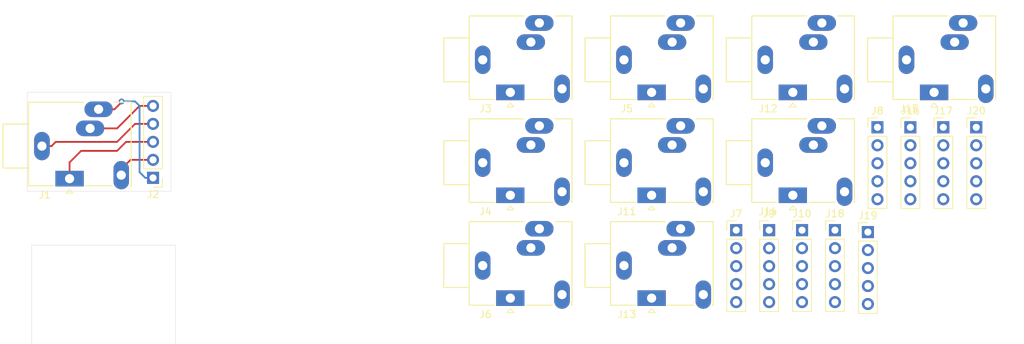
<source format=kicad_pcb>
(kicad_pcb (version 20171130) (host pcbnew "(5.1.5-0-10_14)")

  (general
    (thickness 1.6)
    (drawings 10)
    (tracks 25)
    (zones 0)
    (modules 20)
    (nets 51)
  )

  (page A4)
  (layers
    (0 F.Cu signal)
    (31 B.Cu signal)
    (32 B.Adhes user)
    (33 F.Adhes user)
    (34 B.Paste user)
    (35 F.Paste user)
    (36 B.SilkS user)
    (37 F.SilkS user)
    (38 B.Mask user)
    (39 F.Mask user)
    (40 Dwgs.User user)
    (41 Cmts.User user)
    (42 Eco1.User user)
    (43 Eco2.User user)
    (44 Edge.Cuts user)
    (45 Margin user)
    (46 B.CrtYd user)
    (47 F.CrtYd user)
    (48 B.Fab user)
    (49 F.Fab user)
  )

  (setup
    (last_trace_width 0.25)
    (trace_clearance 0.2)
    (zone_clearance 0.508)
    (zone_45_only no)
    (trace_min 0.2)
    (via_size 0.8)
    (via_drill 0.4)
    (via_min_size 0.4)
    (via_min_drill 0.3)
    (uvia_size 0.3)
    (uvia_drill 0.1)
    (uvias_allowed no)
    (uvia_min_size 0.2)
    (uvia_min_drill 0.1)
    (edge_width 0.05)
    (segment_width 0.2)
    (pcb_text_width 0.3)
    (pcb_text_size 1.5 1.5)
    (mod_edge_width 0.12)
    (mod_text_size 1 1)
    (mod_text_width 0.15)
    (pad_size 1.524 1.524)
    (pad_drill 0.762)
    (pad_to_mask_clearance 0.051)
    (solder_mask_min_width 0.25)
    (aux_axis_origin 0 0)
    (visible_elements FFFFFF7F)
    (pcbplotparams
      (layerselection 0x010fc_ffffffff)
      (usegerberextensions false)
      (usegerberattributes false)
      (usegerberadvancedattributes false)
      (creategerberjobfile false)
      (excludeedgelayer true)
      (linewidth 0.100000)
      (plotframeref false)
      (viasonmask false)
      (mode 1)
      (useauxorigin false)
      (hpglpennumber 1)
      (hpglpenspeed 20)
      (hpglpendiameter 15.000000)
      (psnegative false)
      (psa4output false)
      (plotreference true)
      (plotvalue true)
      (plotinvisibletext false)
      (padsonsilk false)
      (subtractmaskfromsilk false)
      (outputformat 1)
      (mirror false)
      (drillshape 1)
      (scaleselection 1)
      (outputdirectory ""))
  )

  (net 0 "")
  (net 1 "Net-(J1-PadT)")
  (net 2 "Net-(J1-PadTN)")
  (net 3 "Net-(J1-PadRN)")
  (net 4 "Net-(J1-PadR)")
  (net 5 "Net-(J1-PadS)")
  (net 6 "Net-(J3-PadT)")
  (net 7 "Net-(J3-PadTN)")
  (net 8 "Net-(J3-PadRN)")
  (net 9 "Net-(J3-PadR)")
  (net 10 "Net-(J3-PadS)")
  (net 11 "Net-(J4-PadS)")
  (net 12 "Net-(J4-PadR)")
  (net 13 "Net-(J4-PadRN)")
  (net 14 "Net-(J4-PadTN)")
  (net 15 "Net-(J4-PadT)")
  (net 16 "Net-(J5-PadT)")
  (net 17 "Net-(J5-PadTN)")
  (net 18 "Net-(J5-PadRN)")
  (net 19 "Net-(J5-PadR)")
  (net 20 "Net-(J5-PadS)")
  (net 21 "Net-(J10-Pad4)")
  (net 22 "Net-(J10-Pad1)")
  (net 23 "Net-(J10-Pad5)")
  (net 24 "Net-(J10-Pad2)")
  (net 25 "Net-(J10-Pad3)")
  (net 26 "Net-(J11-PadT)")
  (net 27 "Net-(J11-PadTN)")
  (net 28 "Net-(J11-PadRN)")
  (net 29 "Net-(J11-PadR)")
  (net 30 "Net-(J11-PadS)")
  (net 31 "Net-(J12-PadS)")
  (net 32 "Net-(J12-PadR)")
  (net 33 "Net-(J12-PadRN)")
  (net 34 "Net-(J12-PadTN)")
  (net 35 "Net-(J12-PadT)")
  (net 36 "Net-(J13-PadT)")
  (net 37 "Net-(J13-PadTN)")
  (net 38 "Net-(J13-PadRN)")
  (net 39 "Net-(J13-PadR)")
  (net 40 "Net-(J13-PadS)")
  (net 41 "Net-(J14-PadS)")
  (net 42 "Net-(J14-PadR)")
  (net 43 "Net-(J14-PadRN)")
  (net 44 "Net-(J14-PadTN)")
  (net 45 "Net-(J14-PadT)")
  (net 46 "Net-(J15-PadT)")
  (net 47 "Net-(J15-PadTN)")
  (net 48 "Net-(J15-PadRN)")
  (net 49 "Net-(J15-PadR)")
  (net 50 "Net-(J15-PadS)")

  (net_class Default "This is the default net class."
    (clearance 0.2)
    (trace_width 0.25)
    (via_dia 0.8)
    (via_drill 0.4)
    (uvia_dia 0.3)
    (uvia_drill 0.1)
    (add_net "Net-(J1-PadR)")
    (add_net "Net-(J1-PadRN)")
    (add_net "Net-(J1-PadS)")
    (add_net "Net-(J1-PadT)")
    (add_net "Net-(J1-PadTN)")
    (add_net "Net-(J10-Pad1)")
    (add_net "Net-(J10-Pad2)")
    (add_net "Net-(J10-Pad3)")
    (add_net "Net-(J10-Pad4)")
    (add_net "Net-(J10-Pad5)")
    (add_net "Net-(J11-PadR)")
    (add_net "Net-(J11-PadRN)")
    (add_net "Net-(J11-PadS)")
    (add_net "Net-(J11-PadT)")
    (add_net "Net-(J11-PadTN)")
    (add_net "Net-(J12-PadR)")
    (add_net "Net-(J12-PadRN)")
    (add_net "Net-(J12-PadS)")
    (add_net "Net-(J12-PadT)")
    (add_net "Net-(J12-PadTN)")
    (add_net "Net-(J13-PadR)")
    (add_net "Net-(J13-PadRN)")
    (add_net "Net-(J13-PadS)")
    (add_net "Net-(J13-PadT)")
    (add_net "Net-(J13-PadTN)")
    (add_net "Net-(J14-PadR)")
    (add_net "Net-(J14-PadRN)")
    (add_net "Net-(J14-PadS)")
    (add_net "Net-(J14-PadT)")
    (add_net "Net-(J14-PadTN)")
    (add_net "Net-(J15-PadR)")
    (add_net "Net-(J15-PadRN)")
    (add_net "Net-(J15-PadS)")
    (add_net "Net-(J15-PadT)")
    (add_net "Net-(J15-PadTN)")
    (add_net "Net-(J3-PadR)")
    (add_net "Net-(J3-PadRN)")
    (add_net "Net-(J3-PadS)")
    (add_net "Net-(J3-PadT)")
    (add_net "Net-(J3-PadTN)")
    (add_net "Net-(J4-PadR)")
    (add_net "Net-(J4-PadRN)")
    (add_net "Net-(J4-PadS)")
    (add_net "Net-(J4-PadT)")
    (add_net "Net-(J4-PadTN)")
    (add_net "Net-(J5-PadR)")
    (add_net "Net-(J5-PadRN)")
    (add_net "Net-(J5-PadS)")
    (add_net "Net-(J5-PadT)")
    (add_net "Net-(J5-PadTN)")
  )

  (module KiCad/kicad-footprints/Connector_Audio.pretty:Jack_3.5mm_Ledino_KB3SPRS_Horizontal (layer F.Cu) (tedit 5BC12D58) (tstamp 5E6FEF01)
    (at 56.79 57.9)
    (descr https://www.reichelt.de/index.html?ACTION=7&LA=3&OPEN=0&INDEX=0&FILENAME=C160%252FKB3SPRS.pdf)
    (tags "jack stereo TRS")
    (path /5E6FD862)
    (fp_text reference J1 (at -3.5 2.3) (layer F.SilkS)
      (effects (font (size 1 1) (thickness 0.15)))
    )
    (fp_text value AudioJack2_Ground_Switch (at 4.17 -13.45) (layer F.Fab)
      (effects (font (size 1 1) (thickness 0.15)))
    )
    (fp_text user %R (at 2.7 -4.6) (layer F.Fab)
      (effects (font (size 1 1) (thickness 0.15)))
    )
    (fp_line (start 0.5 2.05) (end 0 1.5) (layer F.SilkS) (width 0.12))
    (fp_line (start -0.5 2.05) (end 0.5 2.05) (layer F.SilkS) (width 0.12))
    (fp_line (start 0 1.5) (end -0.5 2.05) (layer F.SilkS) (width 0.12))
    (fp_line (start -9.3 -7.6) (end -9.3 -1.6) (layer F.Fab) (width 0.1))
    (fp_line (start -9.3 -1.6) (end -5.7 -1.6) (layer F.Fab) (width 0.1))
    (fp_line (start -9.3 -7.6) (end -5.7 -7.6) (layer F.Fab) (width 0.1))
    (fp_line (start -5.7 -10.7) (end -5.7 0.9) (layer F.Fab) (width 0.1))
    (fp_line (start -5.7 0.9) (end 8.6 0.9) (layer F.Fab) (width 0.1))
    (fp_line (start 8.6 0.9) (end 8.6 -10.7) (layer F.Fab) (width 0.1))
    (fp_line (start 8.6 -10.7) (end -5.7 -10.7) (layer F.Fab) (width 0.1))
    (fp_line (start -9.8 2) (end 9.1 2) (layer F.CrtYd) (width 0.05))
    (fp_line (start 9.1 -11.4) (end -9.8 -11.4) (layer F.CrtYd) (width 0.05))
    (fp_line (start -5.8 -10.8) (end 1.95 -10.8) (layer F.SilkS) (width 0.15))
    (fp_line (start 6.3 -10.8) (end 8.7 -10.8) (layer F.SilkS) (width 0.15))
    (fp_line (start 8.7 -10.8) (end 8.7 1) (layer F.SilkS) (width 0.15))
    (fp_line (start 8.7 1) (end 8.6 1) (layer F.SilkS) (width 0.15))
    (fp_line (start 6 1) (end 2.25 1) (layer F.SilkS) (width 0.15))
    (fp_line (start -2.25 1) (end -5.8 1) (layer F.SilkS) (width 0.15))
    (fp_line (start -5.8 1) (end -5.8 -10.8) (layer F.SilkS) (width 0.15))
    (fp_line (start -5.8 -7.7) (end -9.4 -7.7) (layer F.SilkS) (width 0.15))
    (fp_line (start -9.4 -7.7) (end -9.4 -1.5) (layer F.SilkS) (width 0.15))
    (fp_line (start -9.4 -1.5) (end -5.8 -1.5) (layer F.SilkS) (width 0.15))
    (fp_line (start -9.8 -11.4) (end -9.8 2) (layer F.CrtYd) (width 0.05))
    (fp_line (start 9.1 2) (end 9.1 -11.4) (layer F.CrtYd) (width 0.05))
    (fp_circle (center 0.1 -1.75) (end 0.4 -1.55) (layer F.Fab) (width 0.12))
    (pad T thru_hole rect (at 0 0) (size 4 2.2) (drill 1.3) (layers *.Cu *.Mask)
      (net 1 "Net-(J1-PadT)"))
    (pad TN thru_hole oval (at 7.3 -0.5 90) (size 4 2.2) (drill 1.3) (layers *.Cu *.Mask)
      (net 2 "Net-(J1-PadTN)"))
    (pad RN thru_hole oval (at 2.9 -7.1) (size 4 2.2) (drill 1.3) (layers *.Cu *.Mask)
      (net 3 "Net-(J1-PadRN)"))
    (pad R thru_hole oval (at 4.1 -9.8) (size 4 2.2) (drill 1.3) (layers *.Cu *.Mask)
      (net 4 "Net-(J1-PadR)"))
    (pad S thru_hole oval (at -3.9 -4.6) (size 2.2 4) (drill 1.3) (layers *.Cu *.Mask)
      (net 5 "Net-(J1-PadS)"))
    (model ${KISYS3DMOD}/Connector_Audio.3dshapes/Jack_3.5mm_Ledino_KB3SPRS_Horizontal.wrl
      (at (xyz 0 0 0))
      (scale (xyz 1 1 1))
      (rotate (xyz 0 0 0))
    )
  )

  (module KiCad/kicad-footprints/Connector_PinHeader_2.54mm.pretty:PinHeader_1x05_P2.54mm_Vertical (layer F.Cu) (tedit 59FED5CC) (tstamp 5E6FEAD1)
    (at 68.58 57.785 180)
    (descr "Through hole straight pin header, 1x05, 2.54mm pitch, single row")
    (tags "Through hole pin header THT 1x05 2.54mm single row")
    (path /5E6E5892)
    (fp_text reference J2 (at 0 -2.33) (layer F.SilkS)
      (effects (font (size 1 1) (thickness 0.15)))
    )
    (fp_text value Conn_01x05_Male (at -3.81 5.08 90) (layer F.Fab)
      (effects (font (size 1 1) (thickness 0.15)))
    )
    (fp_line (start -0.635 -1.27) (end 1.27 -1.27) (layer F.Fab) (width 0.1))
    (fp_line (start 1.27 -1.27) (end 1.27 11.43) (layer F.Fab) (width 0.1))
    (fp_line (start 1.27 11.43) (end -1.27 11.43) (layer F.Fab) (width 0.1))
    (fp_line (start -1.27 11.43) (end -1.27 -0.635) (layer F.Fab) (width 0.1))
    (fp_line (start -1.27 -0.635) (end -0.635 -1.27) (layer F.Fab) (width 0.1))
    (fp_line (start -1.33 11.49) (end 1.33 11.49) (layer F.SilkS) (width 0.12))
    (fp_line (start -1.33 1.27) (end -1.33 11.49) (layer F.SilkS) (width 0.12))
    (fp_line (start 1.33 1.27) (end 1.33 11.49) (layer F.SilkS) (width 0.12))
    (fp_line (start -1.33 1.27) (end 1.33 1.27) (layer F.SilkS) (width 0.12))
    (fp_line (start -1.33 0) (end -1.33 -1.33) (layer F.SilkS) (width 0.12))
    (fp_line (start -1.33 -1.33) (end 0 -1.33) (layer F.SilkS) (width 0.12))
    (fp_line (start -1.8 -1.8) (end -1.8 11.95) (layer F.CrtYd) (width 0.05))
    (fp_line (start -1.8 11.95) (end 1.8 11.95) (layer F.CrtYd) (width 0.05))
    (fp_line (start 1.8 11.95) (end 1.8 -1.8) (layer F.CrtYd) (width 0.05))
    (fp_line (start 1.8 -1.8) (end -1.8 -1.8) (layer F.CrtYd) (width 0.05))
    (fp_text user %R (at 2.354999 -0.555001 90) (layer F.Fab)
      (effects (font (size 1 1) (thickness 0.15)))
    )
    (pad 1 thru_hole rect (at 0 0 180) (size 1.7 1.7) (drill 1) (layers *.Cu *.Mask)
      (net 4 "Net-(J1-PadR)"))
    (pad 2 thru_hole oval (at 0 2.54 180) (size 1.7 1.7) (drill 1) (layers *.Cu *.Mask)
      (net 2 "Net-(J1-PadTN)"))
    (pad 3 thru_hole oval (at 0 5.08 180) (size 1.7 1.7) (drill 1) (layers *.Cu *.Mask)
      (net 1 "Net-(J1-PadT)"))
    (pad 4 thru_hole oval (at 0 7.62 180) (size 1.7 1.7) (drill 1) (layers *.Cu *.Mask)
      (net 5 "Net-(J1-PadS)"))
    (pad 5 thru_hole oval (at 0 10.16 180) (size 1.7 1.7) (drill 1) (layers *.Cu *.Mask)
      (net 3 "Net-(J1-PadRN)"))
    (model ${KISYS3DMOD}/Connector_PinHeader_2.54mm.3dshapes/PinHeader_1x05_P2.54mm_Vertical.wrl
      (at (xyz 0 0 0))
      (scale (xyz 1 1 1))
      (rotate (xyz 0 0 0))
    )
  )

  (module KiCad/kicad-footprints/Connector_Audio.pretty:Jack_3.5mm_Ledino_KB3SPRS_Horizontal (layer F.Cu) (tedit 5BC12D58) (tstamp 5E6FF4C9)
    (at 119.045001 45.715001)
    (descr https://www.reichelt.de/index.html?ACTION=7&LA=3&OPEN=0&INDEX=0&FILENAME=C160%252FKB3SPRS.pdf)
    (tags "jack stereo TRS")
    (path /5E70417D)
    (fp_text reference J3 (at -3.5 2.3) (layer F.SilkS)
      (effects (font (size 1 1) (thickness 0.15)))
    )
    (fp_text value AudioJack2_Ground_Switch (at 2.3 -12.2) (layer F.Fab)
      (effects (font (size 1 1) (thickness 0.15)))
    )
    (fp_text user %R (at 2.7 -4.6) (layer F.Fab)
      (effects (font (size 1 1) (thickness 0.15)))
    )
    (fp_line (start 0.5 2.05) (end 0 1.5) (layer F.SilkS) (width 0.12))
    (fp_line (start -0.5 2.05) (end 0.5 2.05) (layer F.SilkS) (width 0.12))
    (fp_line (start 0 1.5) (end -0.5 2.05) (layer F.SilkS) (width 0.12))
    (fp_line (start -9.3 -7.6) (end -9.3 -1.6) (layer F.Fab) (width 0.1))
    (fp_line (start -9.3 -1.6) (end -5.7 -1.6) (layer F.Fab) (width 0.1))
    (fp_line (start -9.3 -7.6) (end -5.7 -7.6) (layer F.Fab) (width 0.1))
    (fp_line (start -5.7 -10.7) (end -5.7 0.9) (layer F.Fab) (width 0.1))
    (fp_line (start -5.7 0.9) (end 8.6 0.9) (layer F.Fab) (width 0.1))
    (fp_line (start 8.6 0.9) (end 8.6 -10.7) (layer F.Fab) (width 0.1))
    (fp_line (start 8.6 -10.7) (end -5.7 -10.7) (layer F.Fab) (width 0.1))
    (fp_line (start -9.8 2) (end 9.1 2) (layer F.CrtYd) (width 0.05))
    (fp_line (start 9.1 -11.4) (end -9.8 -11.4) (layer F.CrtYd) (width 0.05))
    (fp_line (start -5.8 -10.8) (end 1.95 -10.8) (layer F.SilkS) (width 0.15))
    (fp_line (start 6.3 -10.8) (end 8.7 -10.8) (layer F.SilkS) (width 0.15))
    (fp_line (start 8.7 -10.8) (end 8.7 1) (layer F.SilkS) (width 0.15))
    (fp_line (start 8.7 1) (end 8.6 1) (layer F.SilkS) (width 0.15))
    (fp_line (start 6 1) (end 2.25 1) (layer F.SilkS) (width 0.15))
    (fp_line (start -2.25 1) (end -5.8 1) (layer F.SilkS) (width 0.15))
    (fp_line (start -5.8 1) (end -5.8 -10.8) (layer F.SilkS) (width 0.15))
    (fp_line (start -5.8 -7.7) (end -9.4 -7.7) (layer F.SilkS) (width 0.15))
    (fp_line (start -9.4 -7.7) (end -9.4 -1.5) (layer F.SilkS) (width 0.15))
    (fp_line (start -9.4 -1.5) (end -5.8 -1.5) (layer F.SilkS) (width 0.15))
    (fp_line (start -9.8 -11.4) (end -9.8 2) (layer F.CrtYd) (width 0.05))
    (fp_line (start 9.1 2) (end 9.1 -11.4) (layer F.CrtYd) (width 0.05))
    (fp_circle (center 0.1 -1.75) (end 0.4 -1.55) (layer F.Fab) (width 0.12))
    (pad T thru_hole rect (at 0 0) (size 4 2.2) (drill 1.3) (layers *.Cu *.Mask)
      (net 6 "Net-(J3-PadT)"))
    (pad TN thru_hole oval (at 7.3 -0.5 90) (size 4 2.2) (drill 1.3) (layers *.Cu *.Mask)
      (net 7 "Net-(J3-PadTN)"))
    (pad RN thru_hole oval (at 2.9 -7.1) (size 4 2.2) (drill 1.3) (layers *.Cu *.Mask)
      (net 8 "Net-(J3-PadRN)"))
    (pad R thru_hole oval (at 4.1 -9.8) (size 4 2.2) (drill 1.3) (layers *.Cu *.Mask)
      (net 9 "Net-(J3-PadR)"))
    (pad S thru_hole oval (at -3.9 -4.6) (size 2.2 4) (drill 1.3) (layers *.Cu *.Mask)
      (net 10 "Net-(J3-PadS)"))
    (model ${KISYS3DMOD}/Connector_Audio.3dshapes/Jack_3.5mm_Ledino_KB3SPRS_Horizontal.wrl
      (at (xyz 0 0 0))
      (scale (xyz 1 1 1))
      (rotate (xyz 0 0 0))
    )
  )

  (module KiCad/kicad-footprints/Connector_Audio.pretty:Jack_3.5mm_Ledino_KB3SPRS_Horizontal (layer F.Cu) (tedit 5BC12D58) (tstamp 5E6FF4EC)
    (at 119.045001 60.245001)
    (descr https://www.reichelt.de/index.html?ACTION=7&LA=3&OPEN=0&INDEX=0&FILENAME=C160%252FKB3SPRS.pdf)
    (tags "jack stereo TRS")
    (path /5E705EFF)
    (fp_text reference J4 (at -3.5 2.3) (layer F.SilkS)
      (effects (font (size 1 1) (thickness 0.15)))
    )
    (fp_text value AudioJack2_Ground_Switch (at 2.3 -12.2) (layer F.Fab)
      (effects (font (size 1 1) (thickness 0.15)))
    )
    (fp_circle (center 0.1 -1.75) (end 0.4 -1.55) (layer F.Fab) (width 0.12))
    (fp_line (start 9.1 2) (end 9.1 -11.4) (layer F.CrtYd) (width 0.05))
    (fp_line (start -9.8 -11.4) (end -9.8 2) (layer F.CrtYd) (width 0.05))
    (fp_line (start -9.4 -1.5) (end -5.8 -1.5) (layer F.SilkS) (width 0.15))
    (fp_line (start -9.4 -7.7) (end -9.4 -1.5) (layer F.SilkS) (width 0.15))
    (fp_line (start -5.8 -7.7) (end -9.4 -7.7) (layer F.SilkS) (width 0.15))
    (fp_line (start -5.8 1) (end -5.8 -10.8) (layer F.SilkS) (width 0.15))
    (fp_line (start -2.25 1) (end -5.8 1) (layer F.SilkS) (width 0.15))
    (fp_line (start 6 1) (end 2.25 1) (layer F.SilkS) (width 0.15))
    (fp_line (start 8.7 1) (end 8.6 1) (layer F.SilkS) (width 0.15))
    (fp_line (start 8.7 -10.8) (end 8.7 1) (layer F.SilkS) (width 0.15))
    (fp_line (start 6.3 -10.8) (end 8.7 -10.8) (layer F.SilkS) (width 0.15))
    (fp_line (start -5.8 -10.8) (end 1.95 -10.8) (layer F.SilkS) (width 0.15))
    (fp_line (start 9.1 -11.4) (end -9.8 -11.4) (layer F.CrtYd) (width 0.05))
    (fp_line (start -9.8 2) (end 9.1 2) (layer F.CrtYd) (width 0.05))
    (fp_line (start 8.6 -10.7) (end -5.7 -10.7) (layer F.Fab) (width 0.1))
    (fp_line (start 8.6 0.9) (end 8.6 -10.7) (layer F.Fab) (width 0.1))
    (fp_line (start -5.7 0.9) (end 8.6 0.9) (layer F.Fab) (width 0.1))
    (fp_line (start -5.7 -10.7) (end -5.7 0.9) (layer F.Fab) (width 0.1))
    (fp_line (start -9.3 -7.6) (end -5.7 -7.6) (layer F.Fab) (width 0.1))
    (fp_line (start -9.3 -1.6) (end -5.7 -1.6) (layer F.Fab) (width 0.1))
    (fp_line (start -9.3 -7.6) (end -9.3 -1.6) (layer F.Fab) (width 0.1))
    (fp_line (start 0 1.5) (end -0.5 2.05) (layer F.SilkS) (width 0.12))
    (fp_line (start -0.5 2.05) (end 0.5 2.05) (layer F.SilkS) (width 0.12))
    (fp_line (start 0.5 2.05) (end 0 1.5) (layer F.SilkS) (width 0.12))
    (fp_text user %R (at 2.7 -4.6) (layer F.Fab)
      (effects (font (size 1 1) (thickness 0.15)))
    )
    (pad S thru_hole oval (at -3.9 -4.6) (size 2.2 4) (drill 1.3) (layers *.Cu *.Mask)
      (net 11 "Net-(J4-PadS)"))
    (pad R thru_hole oval (at 4.1 -9.8) (size 4 2.2) (drill 1.3) (layers *.Cu *.Mask)
      (net 12 "Net-(J4-PadR)"))
    (pad RN thru_hole oval (at 2.9 -7.1) (size 4 2.2) (drill 1.3) (layers *.Cu *.Mask)
      (net 13 "Net-(J4-PadRN)"))
    (pad TN thru_hole oval (at 7.3 -0.5 90) (size 4 2.2) (drill 1.3) (layers *.Cu *.Mask)
      (net 14 "Net-(J4-PadTN)"))
    (pad T thru_hole rect (at 0 0) (size 4 2.2) (drill 1.3) (layers *.Cu *.Mask)
      (net 15 "Net-(J4-PadT)"))
    (model ${KISYS3DMOD}/Connector_Audio.3dshapes/Jack_3.5mm_Ledino_KB3SPRS_Horizontal.wrl
      (at (xyz 0 0 0))
      (scale (xyz 1 1 1))
      (rotate (xyz 0 0 0))
    )
  )

  (module KiCad/kicad-footprints/Connector_Audio.pretty:Jack_3.5mm_Ledino_KB3SPRS_Horizontal (layer F.Cu) (tedit 5BC12D58) (tstamp 5E6FF50F)
    (at 138.995001 45.715001)
    (descr https://www.reichelt.de/index.html?ACTION=7&LA=3&OPEN=0&INDEX=0&FILENAME=C160%252FKB3SPRS.pdf)
    (tags "jack stereo TRS")
    (path /5E70876F)
    (fp_text reference J5 (at -3.5 2.3) (layer F.SilkS)
      (effects (font (size 1 1) (thickness 0.15)))
    )
    (fp_text value AudioJack2_Ground_Switch (at 2.3 -12.2) (layer F.Fab)
      (effects (font (size 1 1) (thickness 0.15)))
    )
    (fp_text user %R (at 2.7 -4.6) (layer F.Fab)
      (effects (font (size 1 1) (thickness 0.15)))
    )
    (fp_line (start 0.5 2.05) (end 0 1.5) (layer F.SilkS) (width 0.12))
    (fp_line (start -0.5 2.05) (end 0.5 2.05) (layer F.SilkS) (width 0.12))
    (fp_line (start 0 1.5) (end -0.5 2.05) (layer F.SilkS) (width 0.12))
    (fp_line (start -9.3 -7.6) (end -9.3 -1.6) (layer F.Fab) (width 0.1))
    (fp_line (start -9.3 -1.6) (end -5.7 -1.6) (layer F.Fab) (width 0.1))
    (fp_line (start -9.3 -7.6) (end -5.7 -7.6) (layer F.Fab) (width 0.1))
    (fp_line (start -5.7 -10.7) (end -5.7 0.9) (layer F.Fab) (width 0.1))
    (fp_line (start -5.7 0.9) (end 8.6 0.9) (layer F.Fab) (width 0.1))
    (fp_line (start 8.6 0.9) (end 8.6 -10.7) (layer F.Fab) (width 0.1))
    (fp_line (start 8.6 -10.7) (end -5.7 -10.7) (layer F.Fab) (width 0.1))
    (fp_line (start -9.8 2) (end 9.1 2) (layer F.CrtYd) (width 0.05))
    (fp_line (start 9.1 -11.4) (end -9.8 -11.4) (layer F.CrtYd) (width 0.05))
    (fp_line (start -5.8 -10.8) (end 1.95 -10.8) (layer F.SilkS) (width 0.15))
    (fp_line (start 6.3 -10.8) (end 8.7 -10.8) (layer F.SilkS) (width 0.15))
    (fp_line (start 8.7 -10.8) (end 8.7 1) (layer F.SilkS) (width 0.15))
    (fp_line (start 8.7 1) (end 8.6 1) (layer F.SilkS) (width 0.15))
    (fp_line (start 6 1) (end 2.25 1) (layer F.SilkS) (width 0.15))
    (fp_line (start -2.25 1) (end -5.8 1) (layer F.SilkS) (width 0.15))
    (fp_line (start -5.8 1) (end -5.8 -10.8) (layer F.SilkS) (width 0.15))
    (fp_line (start -5.8 -7.7) (end -9.4 -7.7) (layer F.SilkS) (width 0.15))
    (fp_line (start -9.4 -7.7) (end -9.4 -1.5) (layer F.SilkS) (width 0.15))
    (fp_line (start -9.4 -1.5) (end -5.8 -1.5) (layer F.SilkS) (width 0.15))
    (fp_line (start -9.8 -11.4) (end -9.8 2) (layer F.CrtYd) (width 0.05))
    (fp_line (start 9.1 2) (end 9.1 -11.4) (layer F.CrtYd) (width 0.05))
    (fp_circle (center 0.1 -1.75) (end 0.4 -1.55) (layer F.Fab) (width 0.12))
    (pad T thru_hole rect (at 0 0) (size 4 2.2) (drill 1.3) (layers *.Cu *.Mask)
      (net 16 "Net-(J5-PadT)"))
    (pad TN thru_hole oval (at 7.3 -0.5 90) (size 4 2.2) (drill 1.3) (layers *.Cu *.Mask)
      (net 17 "Net-(J5-PadTN)"))
    (pad RN thru_hole oval (at 2.9 -7.1) (size 4 2.2) (drill 1.3) (layers *.Cu *.Mask)
      (net 18 "Net-(J5-PadRN)"))
    (pad R thru_hole oval (at 4.1 -9.8) (size 4 2.2) (drill 1.3) (layers *.Cu *.Mask)
      (net 19 "Net-(J5-PadR)"))
    (pad S thru_hole oval (at -3.9 -4.6) (size 2.2 4) (drill 1.3) (layers *.Cu *.Mask)
      (net 20 "Net-(J5-PadS)"))
    (model ${KISYS3DMOD}/Connector_Audio.3dshapes/Jack_3.5mm_Ledino_KB3SPRS_Horizontal.wrl
      (at (xyz 0 0 0))
      (scale (xyz 1 1 1))
      (rotate (xyz 0 0 0))
    )
  )

  (module KiCad/kicad-footprints/Connector_Audio.pretty:Jack_3.5mm_Ledino_KB3SPRS_Horizontal (layer F.Cu) (tedit 5BC12D58) (tstamp 5E6FF532)
    (at 119.045001 74.775001)
    (descr https://www.reichelt.de/index.html?ACTION=7&LA=3&OPEN=0&INDEX=0&FILENAME=C160%252FKB3SPRS.pdf)
    (tags "jack stereo TRS")
    (path /5E70BC5B)
    (fp_text reference J6 (at -3.5 2.3) (layer F.SilkS)
      (effects (font (size 1 1) (thickness 0.15)))
    )
    (fp_text value AudioJack2_Ground_Switch (at 2.3 -12.2) (layer F.Fab)
      (effects (font (size 1 1) (thickness 0.15)))
    )
    (fp_circle (center 0.1 -1.75) (end 0.4 -1.55) (layer F.Fab) (width 0.12))
    (fp_line (start 9.1 2) (end 9.1 -11.4) (layer F.CrtYd) (width 0.05))
    (fp_line (start -9.8 -11.4) (end -9.8 2) (layer F.CrtYd) (width 0.05))
    (fp_line (start -9.4 -1.5) (end -5.8 -1.5) (layer F.SilkS) (width 0.15))
    (fp_line (start -9.4 -7.7) (end -9.4 -1.5) (layer F.SilkS) (width 0.15))
    (fp_line (start -5.8 -7.7) (end -9.4 -7.7) (layer F.SilkS) (width 0.15))
    (fp_line (start -5.8 1) (end -5.8 -10.8) (layer F.SilkS) (width 0.15))
    (fp_line (start -2.25 1) (end -5.8 1) (layer F.SilkS) (width 0.15))
    (fp_line (start 6 1) (end 2.25 1) (layer F.SilkS) (width 0.15))
    (fp_line (start 8.7 1) (end 8.6 1) (layer F.SilkS) (width 0.15))
    (fp_line (start 8.7 -10.8) (end 8.7 1) (layer F.SilkS) (width 0.15))
    (fp_line (start 6.3 -10.8) (end 8.7 -10.8) (layer F.SilkS) (width 0.15))
    (fp_line (start -5.8 -10.8) (end 1.95 -10.8) (layer F.SilkS) (width 0.15))
    (fp_line (start 9.1 -11.4) (end -9.8 -11.4) (layer F.CrtYd) (width 0.05))
    (fp_line (start -9.8 2) (end 9.1 2) (layer F.CrtYd) (width 0.05))
    (fp_line (start 8.6 -10.7) (end -5.7 -10.7) (layer F.Fab) (width 0.1))
    (fp_line (start 8.6 0.9) (end 8.6 -10.7) (layer F.Fab) (width 0.1))
    (fp_line (start -5.7 0.9) (end 8.6 0.9) (layer F.Fab) (width 0.1))
    (fp_line (start -5.7 -10.7) (end -5.7 0.9) (layer F.Fab) (width 0.1))
    (fp_line (start -9.3 -7.6) (end -5.7 -7.6) (layer F.Fab) (width 0.1))
    (fp_line (start -9.3 -1.6) (end -5.7 -1.6) (layer F.Fab) (width 0.1))
    (fp_line (start -9.3 -7.6) (end -9.3 -1.6) (layer F.Fab) (width 0.1))
    (fp_line (start 0 1.5) (end -0.5 2.05) (layer F.SilkS) (width 0.12))
    (fp_line (start -0.5 2.05) (end 0.5 2.05) (layer F.SilkS) (width 0.12))
    (fp_line (start 0.5 2.05) (end 0 1.5) (layer F.SilkS) (width 0.12))
    (fp_text user %R (at 2.7 -4.6) (layer F.Fab)
      (effects (font (size 1 1) (thickness 0.15)))
    )
    (pad S thru_hole oval (at -3.9 -4.6) (size 2.2 4) (drill 1.3) (layers *.Cu *.Mask)
      (net 21 "Net-(J10-Pad4)"))
    (pad R thru_hole oval (at 4.1 -9.8) (size 4 2.2) (drill 1.3) (layers *.Cu *.Mask)
      (net 22 "Net-(J10-Pad1)"))
    (pad RN thru_hole oval (at 2.9 -7.1) (size 4 2.2) (drill 1.3) (layers *.Cu *.Mask)
      (net 23 "Net-(J10-Pad5)"))
    (pad TN thru_hole oval (at 7.3 -0.5 90) (size 4 2.2) (drill 1.3) (layers *.Cu *.Mask)
      (net 24 "Net-(J10-Pad2)"))
    (pad T thru_hole rect (at 0 0) (size 4 2.2) (drill 1.3) (layers *.Cu *.Mask)
      (net 25 "Net-(J10-Pad3)"))
    (model ${KISYS3DMOD}/Connector_Audio.3dshapes/Jack_3.5mm_Ledino_KB3SPRS_Horizontal.wrl
      (at (xyz 0 0 0))
      (scale (xyz 1 1 1))
      (rotate (xyz 0 0 0))
    )
  )

  (module KiCad/kicad-footprints/Connector_PinHeader_2.54mm.pretty:PinHeader_1x05_P2.54mm_Vertical (layer F.Cu) (tedit 59FED5CC) (tstamp 5E6FF54B)
    (at 150.945001 65.175001)
    (descr "Through hole straight pin header, 1x05, 2.54mm pitch, single row")
    (tags "Through hole pin header THT 1x05 2.54mm single row")
    (path /5E704172)
    (fp_text reference J7 (at 0 -2.33) (layer F.SilkS)
      (effects (font (size 1 1) (thickness 0.15)))
    )
    (fp_text value Conn_01x05_Male (at 0 12.49) (layer F.Fab)
      (effects (font (size 1 1) (thickness 0.15)))
    )
    (fp_line (start -0.635 -1.27) (end 1.27 -1.27) (layer F.Fab) (width 0.1))
    (fp_line (start 1.27 -1.27) (end 1.27 11.43) (layer F.Fab) (width 0.1))
    (fp_line (start 1.27 11.43) (end -1.27 11.43) (layer F.Fab) (width 0.1))
    (fp_line (start -1.27 11.43) (end -1.27 -0.635) (layer F.Fab) (width 0.1))
    (fp_line (start -1.27 -0.635) (end -0.635 -1.27) (layer F.Fab) (width 0.1))
    (fp_line (start -1.33 11.49) (end 1.33 11.49) (layer F.SilkS) (width 0.12))
    (fp_line (start -1.33 1.27) (end -1.33 11.49) (layer F.SilkS) (width 0.12))
    (fp_line (start 1.33 1.27) (end 1.33 11.49) (layer F.SilkS) (width 0.12))
    (fp_line (start -1.33 1.27) (end 1.33 1.27) (layer F.SilkS) (width 0.12))
    (fp_line (start -1.33 0) (end -1.33 -1.33) (layer F.SilkS) (width 0.12))
    (fp_line (start -1.33 -1.33) (end 0 -1.33) (layer F.SilkS) (width 0.12))
    (fp_line (start -1.8 -1.8) (end -1.8 11.95) (layer F.CrtYd) (width 0.05))
    (fp_line (start -1.8 11.95) (end 1.8 11.95) (layer F.CrtYd) (width 0.05))
    (fp_line (start 1.8 11.95) (end 1.8 -1.8) (layer F.CrtYd) (width 0.05))
    (fp_line (start 1.8 -1.8) (end -1.8 -1.8) (layer F.CrtYd) (width 0.05))
    (fp_text user %R (at 0 5.08 90) (layer F.Fab)
      (effects (font (size 1 1) (thickness 0.15)))
    )
    (pad 1 thru_hole rect (at 0 0) (size 1.7 1.7) (drill 1) (layers *.Cu *.Mask)
      (net 9 "Net-(J3-PadR)"))
    (pad 2 thru_hole oval (at 0 2.54) (size 1.7 1.7) (drill 1) (layers *.Cu *.Mask)
      (net 7 "Net-(J3-PadTN)"))
    (pad 3 thru_hole oval (at 0 5.08) (size 1.7 1.7) (drill 1) (layers *.Cu *.Mask)
      (net 6 "Net-(J3-PadT)"))
    (pad 4 thru_hole oval (at 0 7.62) (size 1.7 1.7) (drill 1) (layers *.Cu *.Mask)
      (net 10 "Net-(J3-PadS)"))
    (pad 5 thru_hole oval (at 0 10.16) (size 1.7 1.7) (drill 1) (layers *.Cu *.Mask)
      (net 8 "Net-(J3-PadRN)"))
    (model ${KISYS3DMOD}/Connector_PinHeader_2.54mm.3dshapes/PinHeader_1x05_P2.54mm_Vertical.wrl
      (at (xyz 0 0 0))
      (scale (xyz 1 1 1))
      (rotate (xyz 0 0 0))
    )
  )

  (module KiCad/kicad-footprints/Connector_PinHeader_2.54mm.pretty:PinHeader_1x05_P2.54mm_Vertical (layer F.Cu) (tedit 59FED5CC) (tstamp 5E6FF564)
    (at 170.895001 50.645001)
    (descr "Through hole straight pin header, 1x05, 2.54mm pitch, single row")
    (tags "Through hole pin header THT 1x05 2.54mm single row")
    (path /5E705EF4)
    (fp_text reference J8 (at 0 -2.33) (layer F.SilkS)
      (effects (font (size 1 1) (thickness 0.15)))
    )
    (fp_text value Conn_01x05_Male (at 0 12.49) (layer F.Fab)
      (effects (font (size 1 1) (thickness 0.15)))
    )
    (fp_text user %R (at 0 5.08 90) (layer F.Fab)
      (effects (font (size 1 1) (thickness 0.15)))
    )
    (fp_line (start 1.8 -1.8) (end -1.8 -1.8) (layer F.CrtYd) (width 0.05))
    (fp_line (start 1.8 11.95) (end 1.8 -1.8) (layer F.CrtYd) (width 0.05))
    (fp_line (start -1.8 11.95) (end 1.8 11.95) (layer F.CrtYd) (width 0.05))
    (fp_line (start -1.8 -1.8) (end -1.8 11.95) (layer F.CrtYd) (width 0.05))
    (fp_line (start -1.33 -1.33) (end 0 -1.33) (layer F.SilkS) (width 0.12))
    (fp_line (start -1.33 0) (end -1.33 -1.33) (layer F.SilkS) (width 0.12))
    (fp_line (start -1.33 1.27) (end 1.33 1.27) (layer F.SilkS) (width 0.12))
    (fp_line (start 1.33 1.27) (end 1.33 11.49) (layer F.SilkS) (width 0.12))
    (fp_line (start -1.33 1.27) (end -1.33 11.49) (layer F.SilkS) (width 0.12))
    (fp_line (start -1.33 11.49) (end 1.33 11.49) (layer F.SilkS) (width 0.12))
    (fp_line (start -1.27 -0.635) (end -0.635 -1.27) (layer F.Fab) (width 0.1))
    (fp_line (start -1.27 11.43) (end -1.27 -0.635) (layer F.Fab) (width 0.1))
    (fp_line (start 1.27 11.43) (end -1.27 11.43) (layer F.Fab) (width 0.1))
    (fp_line (start 1.27 -1.27) (end 1.27 11.43) (layer F.Fab) (width 0.1))
    (fp_line (start -0.635 -1.27) (end 1.27 -1.27) (layer F.Fab) (width 0.1))
    (pad 5 thru_hole oval (at 0 10.16) (size 1.7 1.7) (drill 1) (layers *.Cu *.Mask)
      (net 13 "Net-(J4-PadRN)"))
    (pad 4 thru_hole oval (at 0 7.62) (size 1.7 1.7) (drill 1) (layers *.Cu *.Mask)
      (net 11 "Net-(J4-PadS)"))
    (pad 3 thru_hole oval (at 0 5.08) (size 1.7 1.7) (drill 1) (layers *.Cu *.Mask)
      (net 15 "Net-(J4-PadT)"))
    (pad 2 thru_hole oval (at 0 2.54) (size 1.7 1.7) (drill 1) (layers *.Cu *.Mask)
      (net 14 "Net-(J4-PadTN)"))
    (pad 1 thru_hole rect (at 0 0) (size 1.7 1.7) (drill 1) (layers *.Cu *.Mask)
      (net 12 "Net-(J4-PadR)"))
    (model ${KISYS3DMOD}/Connector_PinHeader_2.54mm.3dshapes/PinHeader_1x05_P2.54mm_Vertical.wrl
      (at (xyz 0 0 0))
      (scale (xyz 1 1 1))
      (rotate (xyz 0 0 0))
    )
  )

  (module KiCad/kicad-footprints/Connector_PinHeader_2.54mm.pretty:PinHeader_1x05_P2.54mm_Vertical (layer F.Cu) (tedit 59FED5CC) (tstamp 5E6FF57D)
    (at 155.595001 65.175001)
    (descr "Through hole straight pin header, 1x05, 2.54mm pitch, single row")
    (tags "Through hole pin header THT 1x05 2.54mm single row")
    (path /5E708764)
    (fp_text reference J9 (at 0 -2.33) (layer F.SilkS)
      (effects (font (size 1 1) (thickness 0.15)))
    )
    (fp_text value Conn_01x05_Male (at 0 12.49) (layer F.Fab)
      (effects (font (size 1 1) (thickness 0.15)))
    )
    (fp_line (start -0.635 -1.27) (end 1.27 -1.27) (layer F.Fab) (width 0.1))
    (fp_line (start 1.27 -1.27) (end 1.27 11.43) (layer F.Fab) (width 0.1))
    (fp_line (start 1.27 11.43) (end -1.27 11.43) (layer F.Fab) (width 0.1))
    (fp_line (start -1.27 11.43) (end -1.27 -0.635) (layer F.Fab) (width 0.1))
    (fp_line (start -1.27 -0.635) (end -0.635 -1.27) (layer F.Fab) (width 0.1))
    (fp_line (start -1.33 11.49) (end 1.33 11.49) (layer F.SilkS) (width 0.12))
    (fp_line (start -1.33 1.27) (end -1.33 11.49) (layer F.SilkS) (width 0.12))
    (fp_line (start 1.33 1.27) (end 1.33 11.49) (layer F.SilkS) (width 0.12))
    (fp_line (start -1.33 1.27) (end 1.33 1.27) (layer F.SilkS) (width 0.12))
    (fp_line (start -1.33 0) (end -1.33 -1.33) (layer F.SilkS) (width 0.12))
    (fp_line (start -1.33 -1.33) (end 0 -1.33) (layer F.SilkS) (width 0.12))
    (fp_line (start -1.8 -1.8) (end -1.8 11.95) (layer F.CrtYd) (width 0.05))
    (fp_line (start -1.8 11.95) (end 1.8 11.95) (layer F.CrtYd) (width 0.05))
    (fp_line (start 1.8 11.95) (end 1.8 -1.8) (layer F.CrtYd) (width 0.05))
    (fp_line (start 1.8 -1.8) (end -1.8 -1.8) (layer F.CrtYd) (width 0.05))
    (fp_text user %R (at 0 5.08 90) (layer F.Fab)
      (effects (font (size 1 1) (thickness 0.15)))
    )
    (pad 1 thru_hole rect (at 0 0) (size 1.7 1.7) (drill 1) (layers *.Cu *.Mask)
      (net 19 "Net-(J5-PadR)"))
    (pad 2 thru_hole oval (at 0 2.54) (size 1.7 1.7) (drill 1) (layers *.Cu *.Mask)
      (net 17 "Net-(J5-PadTN)"))
    (pad 3 thru_hole oval (at 0 5.08) (size 1.7 1.7) (drill 1) (layers *.Cu *.Mask)
      (net 16 "Net-(J5-PadT)"))
    (pad 4 thru_hole oval (at 0 7.62) (size 1.7 1.7) (drill 1) (layers *.Cu *.Mask)
      (net 20 "Net-(J5-PadS)"))
    (pad 5 thru_hole oval (at 0 10.16) (size 1.7 1.7) (drill 1) (layers *.Cu *.Mask)
      (net 18 "Net-(J5-PadRN)"))
    (model ${KISYS3DMOD}/Connector_PinHeader_2.54mm.3dshapes/PinHeader_1x05_P2.54mm_Vertical.wrl
      (at (xyz 0 0 0))
      (scale (xyz 1 1 1))
      (rotate (xyz 0 0 0))
    )
  )

  (module KiCad/kicad-footprints/Connector_PinHeader_2.54mm.pretty:PinHeader_1x05_P2.54mm_Vertical (layer F.Cu) (tedit 59FED5CC) (tstamp 5E6FF596)
    (at 160.245001 65.175001)
    (descr "Through hole straight pin header, 1x05, 2.54mm pitch, single row")
    (tags "Through hole pin header THT 1x05 2.54mm single row")
    (path /5E70BC50)
    (fp_text reference J10 (at 0 -2.33) (layer F.SilkS)
      (effects (font (size 1 1) (thickness 0.15)))
    )
    (fp_text value Conn_01x05_Male (at 0 12.49) (layer F.Fab)
      (effects (font (size 1 1) (thickness 0.15)))
    )
    (fp_text user %R (at 0 5.08 90) (layer F.Fab)
      (effects (font (size 1 1) (thickness 0.15)))
    )
    (fp_line (start 1.8 -1.8) (end -1.8 -1.8) (layer F.CrtYd) (width 0.05))
    (fp_line (start 1.8 11.95) (end 1.8 -1.8) (layer F.CrtYd) (width 0.05))
    (fp_line (start -1.8 11.95) (end 1.8 11.95) (layer F.CrtYd) (width 0.05))
    (fp_line (start -1.8 -1.8) (end -1.8 11.95) (layer F.CrtYd) (width 0.05))
    (fp_line (start -1.33 -1.33) (end 0 -1.33) (layer F.SilkS) (width 0.12))
    (fp_line (start -1.33 0) (end -1.33 -1.33) (layer F.SilkS) (width 0.12))
    (fp_line (start -1.33 1.27) (end 1.33 1.27) (layer F.SilkS) (width 0.12))
    (fp_line (start 1.33 1.27) (end 1.33 11.49) (layer F.SilkS) (width 0.12))
    (fp_line (start -1.33 1.27) (end -1.33 11.49) (layer F.SilkS) (width 0.12))
    (fp_line (start -1.33 11.49) (end 1.33 11.49) (layer F.SilkS) (width 0.12))
    (fp_line (start -1.27 -0.635) (end -0.635 -1.27) (layer F.Fab) (width 0.1))
    (fp_line (start -1.27 11.43) (end -1.27 -0.635) (layer F.Fab) (width 0.1))
    (fp_line (start 1.27 11.43) (end -1.27 11.43) (layer F.Fab) (width 0.1))
    (fp_line (start 1.27 -1.27) (end 1.27 11.43) (layer F.Fab) (width 0.1))
    (fp_line (start -0.635 -1.27) (end 1.27 -1.27) (layer F.Fab) (width 0.1))
    (pad 5 thru_hole oval (at 0 10.16) (size 1.7 1.7) (drill 1) (layers *.Cu *.Mask)
      (net 23 "Net-(J10-Pad5)"))
    (pad 4 thru_hole oval (at 0 7.62) (size 1.7 1.7) (drill 1) (layers *.Cu *.Mask)
      (net 21 "Net-(J10-Pad4)"))
    (pad 3 thru_hole oval (at 0 5.08) (size 1.7 1.7) (drill 1) (layers *.Cu *.Mask)
      (net 25 "Net-(J10-Pad3)"))
    (pad 2 thru_hole oval (at 0 2.54) (size 1.7 1.7) (drill 1) (layers *.Cu *.Mask)
      (net 24 "Net-(J10-Pad2)"))
    (pad 1 thru_hole rect (at 0 0) (size 1.7 1.7) (drill 1) (layers *.Cu *.Mask)
      (net 22 "Net-(J10-Pad1)"))
    (model ${KISYS3DMOD}/Connector_PinHeader_2.54mm.3dshapes/PinHeader_1x05_P2.54mm_Vertical.wrl
      (at (xyz 0 0 0))
      (scale (xyz 1 1 1))
      (rotate (xyz 0 0 0))
    )
  )

  (module KiCad/kicad-footprints/Connector_Audio.pretty:Jack_3.5mm_Ledino_KB3SPRS_Horizontal (layer F.Cu) (tedit 5BC12D58) (tstamp 5E6FF5B9)
    (at 138.995001 60.245001)
    (descr https://www.reichelt.de/index.html?ACTION=7&LA=3&OPEN=0&INDEX=0&FILENAME=C160%252FKB3SPRS.pdf)
    (tags "jack stereo TRS")
    (path /5E70FA99)
    (fp_text reference J11 (at -3.5 2.3) (layer F.SilkS)
      (effects (font (size 1 1) (thickness 0.15)))
    )
    (fp_text value AudioJack2_Ground_Switch (at 2.3 -12.2) (layer F.Fab)
      (effects (font (size 1 1) (thickness 0.15)))
    )
    (fp_text user %R (at 2.7 -4.6) (layer F.Fab)
      (effects (font (size 1 1) (thickness 0.15)))
    )
    (fp_line (start 0.5 2.05) (end 0 1.5) (layer F.SilkS) (width 0.12))
    (fp_line (start -0.5 2.05) (end 0.5 2.05) (layer F.SilkS) (width 0.12))
    (fp_line (start 0 1.5) (end -0.5 2.05) (layer F.SilkS) (width 0.12))
    (fp_line (start -9.3 -7.6) (end -9.3 -1.6) (layer F.Fab) (width 0.1))
    (fp_line (start -9.3 -1.6) (end -5.7 -1.6) (layer F.Fab) (width 0.1))
    (fp_line (start -9.3 -7.6) (end -5.7 -7.6) (layer F.Fab) (width 0.1))
    (fp_line (start -5.7 -10.7) (end -5.7 0.9) (layer F.Fab) (width 0.1))
    (fp_line (start -5.7 0.9) (end 8.6 0.9) (layer F.Fab) (width 0.1))
    (fp_line (start 8.6 0.9) (end 8.6 -10.7) (layer F.Fab) (width 0.1))
    (fp_line (start 8.6 -10.7) (end -5.7 -10.7) (layer F.Fab) (width 0.1))
    (fp_line (start -9.8 2) (end 9.1 2) (layer F.CrtYd) (width 0.05))
    (fp_line (start 9.1 -11.4) (end -9.8 -11.4) (layer F.CrtYd) (width 0.05))
    (fp_line (start -5.8 -10.8) (end 1.95 -10.8) (layer F.SilkS) (width 0.15))
    (fp_line (start 6.3 -10.8) (end 8.7 -10.8) (layer F.SilkS) (width 0.15))
    (fp_line (start 8.7 -10.8) (end 8.7 1) (layer F.SilkS) (width 0.15))
    (fp_line (start 8.7 1) (end 8.6 1) (layer F.SilkS) (width 0.15))
    (fp_line (start 6 1) (end 2.25 1) (layer F.SilkS) (width 0.15))
    (fp_line (start -2.25 1) (end -5.8 1) (layer F.SilkS) (width 0.15))
    (fp_line (start -5.8 1) (end -5.8 -10.8) (layer F.SilkS) (width 0.15))
    (fp_line (start -5.8 -7.7) (end -9.4 -7.7) (layer F.SilkS) (width 0.15))
    (fp_line (start -9.4 -7.7) (end -9.4 -1.5) (layer F.SilkS) (width 0.15))
    (fp_line (start -9.4 -1.5) (end -5.8 -1.5) (layer F.SilkS) (width 0.15))
    (fp_line (start -9.8 -11.4) (end -9.8 2) (layer F.CrtYd) (width 0.05))
    (fp_line (start 9.1 2) (end 9.1 -11.4) (layer F.CrtYd) (width 0.05))
    (fp_circle (center 0.1 -1.75) (end 0.4 -1.55) (layer F.Fab) (width 0.12))
    (pad T thru_hole rect (at 0 0) (size 4 2.2) (drill 1.3) (layers *.Cu *.Mask)
      (net 26 "Net-(J11-PadT)"))
    (pad TN thru_hole oval (at 7.3 -0.5 90) (size 4 2.2) (drill 1.3) (layers *.Cu *.Mask)
      (net 27 "Net-(J11-PadTN)"))
    (pad RN thru_hole oval (at 2.9 -7.1) (size 4 2.2) (drill 1.3) (layers *.Cu *.Mask)
      (net 28 "Net-(J11-PadRN)"))
    (pad R thru_hole oval (at 4.1 -9.8) (size 4 2.2) (drill 1.3) (layers *.Cu *.Mask)
      (net 29 "Net-(J11-PadR)"))
    (pad S thru_hole oval (at -3.9 -4.6) (size 2.2 4) (drill 1.3) (layers *.Cu *.Mask)
      (net 30 "Net-(J11-PadS)"))
    (model ${KISYS3DMOD}/Connector_Audio.3dshapes/Jack_3.5mm_Ledino_KB3SPRS_Horizontal.wrl
      (at (xyz 0 0 0))
      (scale (xyz 1 1 1))
      (rotate (xyz 0 0 0))
    )
  )

  (module KiCad/kicad-footprints/Connector_Audio.pretty:Jack_3.5mm_Ledino_KB3SPRS_Horizontal (layer F.Cu) (tedit 5BC12D58) (tstamp 5E6FF5DC)
    (at 158.945001 45.715001)
    (descr https://www.reichelt.de/index.html?ACTION=7&LA=3&OPEN=0&INDEX=0&FILENAME=C160%252FKB3SPRS.pdf)
    (tags "jack stereo TRS")
    (path /5E70FAB9)
    (fp_text reference J12 (at -3.5 2.3) (layer F.SilkS)
      (effects (font (size 1 1) (thickness 0.15)))
    )
    (fp_text value AudioJack2_Ground_Switch (at 2.3 -12.2) (layer F.Fab)
      (effects (font (size 1 1) (thickness 0.15)))
    )
    (fp_circle (center 0.1 -1.75) (end 0.4 -1.55) (layer F.Fab) (width 0.12))
    (fp_line (start 9.1 2) (end 9.1 -11.4) (layer F.CrtYd) (width 0.05))
    (fp_line (start -9.8 -11.4) (end -9.8 2) (layer F.CrtYd) (width 0.05))
    (fp_line (start -9.4 -1.5) (end -5.8 -1.5) (layer F.SilkS) (width 0.15))
    (fp_line (start -9.4 -7.7) (end -9.4 -1.5) (layer F.SilkS) (width 0.15))
    (fp_line (start -5.8 -7.7) (end -9.4 -7.7) (layer F.SilkS) (width 0.15))
    (fp_line (start -5.8 1) (end -5.8 -10.8) (layer F.SilkS) (width 0.15))
    (fp_line (start -2.25 1) (end -5.8 1) (layer F.SilkS) (width 0.15))
    (fp_line (start 6 1) (end 2.25 1) (layer F.SilkS) (width 0.15))
    (fp_line (start 8.7 1) (end 8.6 1) (layer F.SilkS) (width 0.15))
    (fp_line (start 8.7 -10.8) (end 8.7 1) (layer F.SilkS) (width 0.15))
    (fp_line (start 6.3 -10.8) (end 8.7 -10.8) (layer F.SilkS) (width 0.15))
    (fp_line (start -5.8 -10.8) (end 1.95 -10.8) (layer F.SilkS) (width 0.15))
    (fp_line (start 9.1 -11.4) (end -9.8 -11.4) (layer F.CrtYd) (width 0.05))
    (fp_line (start -9.8 2) (end 9.1 2) (layer F.CrtYd) (width 0.05))
    (fp_line (start 8.6 -10.7) (end -5.7 -10.7) (layer F.Fab) (width 0.1))
    (fp_line (start 8.6 0.9) (end 8.6 -10.7) (layer F.Fab) (width 0.1))
    (fp_line (start -5.7 0.9) (end 8.6 0.9) (layer F.Fab) (width 0.1))
    (fp_line (start -5.7 -10.7) (end -5.7 0.9) (layer F.Fab) (width 0.1))
    (fp_line (start -9.3 -7.6) (end -5.7 -7.6) (layer F.Fab) (width 0.1))
    (fp_line (start -9.3 -1.6) (end -5.7 -1.6) (layer F.Fab) (width 0.1))
    (fp_line (start -9.3 -7.6) (end -9.3 -1.6) (layer F.Fab) (width 0.1))
    (fp_line (start 0 1.5) (end -0.5 2.05) (layer F.SilkS) (width 0.12))
    (fp_line (start -0.5 2.05) (end 0.5 2.05) (layer F.SilkS) (width 0.12))
    (fp_line (start 0.5 2.05) (end 0 1.5) (layer F.SilkS) (width 0.12))
    (fp_text user %R (at 2.7 -4.6) (layer F.Fab)
      (effects (font (size 1 1) (thickness 0.15)))
    )
    (pad S thru_hole oval (at -3.9 -4.6) (size 2.2 4) (drill 1.3) (layers *.Cu *.Mask)
      (net 31 "Net-(J12-PadS)"))
    (pad R thru_hole oval (at 4.1 -9.8) (size 4 2.2) (drill 1.3) (layers *.Cu *.Mask)
      (net 32 "Net-(J12-PadR)"))
    (pad RN thru_hole oval (at 2.9 -7.1) (size 4 2.2) (drill 1.3) (layers *.Cu *.Mask)
      (net 33 "Net-(J12-PadRN)"))
    (pad TN thru_hole oval (at 7.3 -0.5 90) (size 4 2.2) (drill 1.3) (layers *.Cu *.Mask)
      (net 34 "Net-(J12-PadTN)"))
    (pad T thru_hole rect (at 0 0) (size 4 2.2) (drill 1.3) (layers *.Cu *.Mask)
      (net 35 "Net-(J12-PadT)"))
    (model ${KISYS3DMOD}/Connector_Audio.3dshapes/Jack_3.5mm_Ledino_KB3SPRS_Horizontal.wrl
      (at (xyz 0 0 0))
      (scale (xyz 1 1 1))
      (rotate (xyz 0 0 0))
    )
  )

  (module KiCad/kicad-footprints/Connector_Audio.pretty:Jack_3.5mm_Ledino_KB3SPRS_Horizontal (layer F.Cu) (tedit 5BC12D58) (tstamp 5E6FF5FF)
    (at 138.995001 74.775001)
    (descr https://www.reichelt.de/index.html?ACTION=7&LA=3&OPEN=0&INDEX=0&FILENAME=C160%252FKB3SPRS.pdf)
    (tags "jack stereo TRS")
    (path /5E70FAD9)
    (fp_text reference J13 (at -3.5 2.3) (layer F.SilkS)
      (effects (font (size 1 1) (thickness 0.15)))
    )
    (fp_text value AudioJack2_Ground_Switch (at 2.3 -12.2) (layer F.Fab)
      (effects (font (size 1 1) (thickness 0.15)))
    )
    (fp_text user %R (at 2.7 -4.6) (layer F.Fab)
      (effects (font (size 1 1) (thickness 0.15)))
    )
    (fp_line (start 0.5 2.05) (end 0 1.5) (layer F.SilkS) (width 0.12))
    (fp_line (start -0.5 2.05) (end 0.5 2.05) (layer F.SilkS) (width 0.12))
    (fp_line (start 0 1.5) (end -0.5 2.05) (layer F.SilkS) (width 0.12))
    (fp_line (start -9.3 -7.6) (end -9.3 -1.6) (layer F.Fab) (width 0.1))
    (fp_line (start -9.3 -1.6) (end -5.7 -1.6) (layer F.Fab) (width 0.1))
    (fp_line (start -9.3 -7.6) (end -5.7 -7.6) (layer F.Fab) (width 0.1))
    (fp_line (start -5.7 -10.7) (end -5.7 0.9) (layer F.Fab) (width 0.1))
    (fp_line (start -5.7 0.9) (end 8.6 0.9) (layer F.Fab) (width 0.1))
    (fp_line (start 8.6 0.9) (end 8.6 -10.7) (layer F.Fab) (width 0.1))
    (fp_line (start 8.6 -10.7) (end -5.7 -10.7) (layer F.Fab) (width 0.1))
    (fp_line (start -9.8 2) (end 9.1 2) (layer F.CrtYd) (width 0.05))
    (fp_line (start 9.1 -11.4) (end -9.8 -11.4) (layer F.CrtYd) (width 0.05))
    (fp_line (start -5.8 -10.8) (end 1.95 -10.8) (layer F.SilkS) (width 0.15))
    (fp_line (start 6.3 -10.8) (end 8.7 -10.8) (layer F.SilkS) (width 0.15))
    (fp_line (start 8.7 -10.8) (end 8.7 1) (layer F.SilkS) (width 0.15))
    (fp_line (start 8.7 1) (end 8.6 1) (layer F.SilkS) (width 0.15))
    (fp_line (start 6 1) (end 2.25 1) (layer F.SilkS) (width 0.15))
    (fp_line (start -2.25 1) (end -5.8 1) (layer F.SilkS) (width 0.15))
    (fp_line (start -5.8 1) (end -5.8 -10.8) (layer F.SilkS) (width 0.15))
    (fp_line (start -5.8 -7.7) (end -9.4 -7.7) (layer F.SilkS) (width 0.15))
    (fp_line (start -9.4 -7.7) (end -9.4 -1.5) (layer F.SilkS) (width 0.15))
    (fp_line (start -9.4 -1.5) (end -5.8 -1.5) (layer F.SilkS) (width 0.15))
    (fp_line (start -9.8 -11.4) (end -9.8 2) (layer F.CrtYd) (width 0.05))
    (fp_line (start 9.1 2) (end 9.1 -11.4) (layer F.CrtYd) (width 0.05))
    (fp_circle (center 0.1 -1.75) (end 0.4 -1.55) (layer F.Fab) (width 0.12))
    (pad T thru_hole rect (at 0 0) (size 4 2.2) (drill 1.3) (layers *.Cu *.Mask)
      (net 36 "Net-(J13-PadT)"))
    (pad TN thru_hole oval (at 7.3 -0.5 90) (size 4 2.2) (drill 1.3) (layers *.Cu *.Mask)
      (net 37 "Net-(J13-PadTN)"))
    (pad RN thru_hole oval (at 2.9 -7.1) (size 4 2.2) (drill 1.3) (layers *.Cu *.Mask)
      (net 38 "Net-(J13-PadRN)"))
    (pad R thru_hole oval (at 4.1 -9.8) (size 4 2.2) (drill 1.3) (layers *.Cu *.Mask)
      (net 39 "Net-(J13-PadR)"))
    (pad S thru_hole oval (at -3.9 -4.6) (size 2.2 4) (drill 1.3) (layers *.Cu *.Mask)
      (net 40 "Net-(J13-PadS)"))
    (model ${KISYS3DMOD}/Connector_Audio.3dshapes/Jack_3.5mm_Ledino_KB3SPRS_Horizontal.wrl
      (at (xyz 0 0 0))
      (scale (xyz 1 1 1))
      (rotate (xyz 0 0 0))
    )
  )

  (module KiCad/kicad-footprints/Connector_Audio.pretty:Jack_3.5mm_Ledino_KB3SPRS_Horizontal (layer F.Cu) (tedit 5BC12D58) (tstamp 5E6FF622)
    (at 158.945001 60.245001)
    (descr https://www.reichelt.de/index.html?ACTION=7&LA=3&OPEN=0&INDEX=0&FILENAME=C160%252FKB3SPRS.pdf)
    (tags "jack stereo TRS")
    (path /5E70FAF9)
    (fp_text reference J14 (at -3.5 2.3) (layer F.SilkS)
      (effects (font (size 1 1) (thickness 0.15)))
    )
    (fp_text value AudioJack2_Ground_Switch (at 2.3 -12.2) (layer F.Fab)
      (effects (font (size 1 1) (thickness 0.15)))
    )
    (fp_circle (center 0.1 -1.75) (end 0.4 -1.55) (layer F.Fab) (width 0.12))
    (fp_line (start 9.1 2) (end 9.1 -11.4) (layer F.CrtYd) (width 0.05))
    (fp_line (start -9.8 -11.4) (end -9.8 2) (layer F.CrtYd) (width 0.05))
    (fp_line (start -9.4 -1.5) (end -5.8 -1.5) (layer F.SilkS) (width 0.15))
    (fp_line (start -9.4 -7.7) (end -9.4 -1.5) (layer F.SilkS) (width 0.15))
    (fp_line (start -5.8 -7.7) (end -9.4 -7.7) (layer F.SilkS) (width 0.15))
    (fp_line (start -5.8 1) (end -5.8 -10.8) (layer F.SilkS) (width 0.15))
    (fp_line (start -2.25 1) (end -5.8 1) (layer F.SilkS) (width 0.15))
    (fp_line (start 6 1) (end 2.25 1) (layer F.SilkS) (width 0.15))
    (fp_line (start 8.7 1) (end 8.6 1) (layer F.SilkS) (width 0.15))
    (fp_line (start 8.7 -10.8) (end 8.7 1) (layer F.SilkS) (width 0.15))
    (fp_line (start 6.3 -10.8) (end 8.7 -10.8) (layer F.SilkS) (width 0.15))
    (fp_line (start -5.8 -10.8) (end 1.95 -10.8) (layer F.SilkS) (width 0.15))
    (fp_line (start 9.1 -11.4) (end -9.8 -11.4) (layer F.CrtYd) (width 0.05))
    (fp_line (start -9.8 2) (end 9.1 2) (layer F.CrtYd) (width 0.05))
    (fp_line (start 8.6 -10.7) (end -5.7 -10.7) (layer F.Fab) (width 0.1))
    (fp_line (start 8.6 0.9) (end 8.6 -10.7) (layer F.Fab) (width 0.1))
    (fp_line (start -5.7 0.9) (end 8.6 0.9) (layer F.Fab) (width 0.1))
    (fp_line (start -5.7 -10.7) (end -5.7 0.9) (layer F.Fab) (width 0.1))
    (fp_line (start -9.3 -7.6) (end -5.7 -7.6) (layer F.Fab) (width 0.1))
    (fp_line (start -9.3 -1.6) (end -5.7 -1.6) (layer F.Fab) (width 0.1))
    (fp_line (start -9.3 -7.6) (end -9.3 -1.6) (layer F.Fab) (width 0.1))
    (fp_line (start 0 1.5) (end -0.5 2.05) (layer F.SilkS) (width 0.12))
    (fp_line (start -0.5 2.05) (end 0.5 2.05) (layer F.SilkS) (width 0.12))
    (fp_line (start 0.5 2.05) (end 0 1.5) (layer F.SilkS) (width 0.12))
    (fp_text user %R (at 2.7 -4.6) (layer F.Fab)
      (effects (font (size 1 1) (thickness 0.15)))
    )
    (pad S thru_hole oval (at -3.9 -4.6) (size 2.2 4) (drill 1.3) (layers *.Cu *.Mask)
      (net 41 "Net-(J14-PadS)"))
    (pad R thru_hole oval (at 4.1 -9.8) (size 4 2.2) (drill 1.3) (layers *.Cu *.Mask)
      (net 42 "Net-(J14-PadR)"))
    (pad RN thru_hole oval (at 2.9 -7.1) (size 4 2.2) (drill 1.3) (layers *.Cu *.Mask)
      (net 43 "Net-(J14-PadRN)"))
    (pad TN thru_hole oval (at 7.3 -0.5 90) (size 4 2.2) (drill 1.3) (layers *.Cu *.Mask)
      (net 44 "Net-(J14-PadTN)"))
    (pad T thru_hole rect (at 0 0) (size 4 2.2) (drill 1.3) (layers *.Cu *.Mask)
      (net 45 "Net-(J14-PadT)"))
    (model ${KISYS3DMOD}/Connector_Audio.3dshapes/Jack_3.5mm_Ledino_KB3SPRS_Horizontal.wrl
      (at (xyz 0 0 0))
      (scale (xyz 1 1 1))
      (rotate (xyz 0 0 0))
    )
  )

  (module KiCad/kicad-footprints/Connector_Audio.pretty:Jack_3.5mm_Ledino_KB3SPRS_Horizontal (layer F.Cu) (tedit 5BC12D58) (tstamp 5E6FF645)
    (at 178.895001 45.715001)
    (descr https://www.reichelt.de/index.html?ACTION=7&LA=3&OPEN=0&INDEX=0&FILENAME=C160%252FKB3SPRS.pdf)
    (tags "jack stereo TRS")
    (path /5E70FB19)
    (fp_text reference J15 (at -3.5 2.3) (layer F.SilkS)
      (effects (font (size 1 1) (thickness 0.15)))
    )
    (fp_text value AudioJack2_Ground_Switch (at 2.3 -12.2) (layer F.Fab)
      (effects (font (size 1 1) (thickness 0.15)))
    )
    (fp_text user %R (at 2.7 -4.6) (layer F.Fab)
      (effects (font (size 1 1) (thickness 0.15)))
    )
    (fp_line (start 0.5 2.05) (end 0 1.5) (layer F.SilkS) (width 0.12))
    (fp_line (start -0.5 2.05) (end 0.5 2.05) (layer F.SilkS) (width 0.12))
    (fp_line (start 0 1.5) (end -0.5 2.05) (layer F.SilkS) (width 0.12))
    (fp_line (start -9.3 -7.6) (end -9.3 -1.6) (layer F.Fab) (width 0.1))
    (fp_line (start -9.3 -1.6) (end -5.7 -1.6) (layer F.Fab) (width 0.1))
    (fp_line (start -9.3 -7.6) (end -5.7 -7.6) (layer F.Fab) (width 0.1))
    (fp_line (start -5.7 -10.7) (end -5.7 0.9) (layer F.Fab) (width 0.1))
    (fp_line (start -5.7 0.9) (end 8.6 0.9) (layer F.Fab) (width 0.1))
    (fp_line (start 8.6 0.9) (end 8.6 -10.7) (layer F.Fab) (width 0.1))
    (fp_line (start 8.6 -10.7) (end -5.7 -10.7) (layer F.Fab) (width 0.1))
    (fp_line (start -9.8 2) (end 9.1 2) (layer F.CrtYd) (width 0.05))
    (fp_line (start 9.1 -11.4) (end -9.8 -11.4) (layer F.CrtYd) (width 0.05))
    (fp_line (start -5.8 -10.8) (end 1.95 -10.8) (layer F.SilkS) (width 0.15))
    (fp_line (start 6.3 -10.8) (end 8.7 -10.8) (layer F.SilkS) (width 0.15))
    (fp_line (start 8.7 -10.8) (end 8.7 1) (layer F.SilkS) (width 0.15))
    (fp_line (start 8.7 1) (end 8.6 1) (layer F.SilkS) (width 0.15))
    (fp_line (start 6 1) (end 2.25 1) (layer F.SilkS) (width 0.15))
    (fp_line (start -2.25 1) (end -5.8 1) (layer F.SilkS) (width 0.15))
    (fp_line (start -5.8 1) (end -5.8 -10.8) (layer F.SilkS) (width 0.15))
    (fp_line (start -5.8 -7.7) (end -9.4 -7.7) (layer F.SilkS) (width 0.15))
    (fp_line (start -9.4 -7.7) (end -9.4 -1.5) (layer F.SilkS) (width 0.15))
    (fp_line (start -9.4 -1.5) (end -5.8 -1.5) (layer F.SilkS) (width 0.15))
    (fp_line (start -9.8 -11.4) (end -9.8 2) (layer F.CrtYd) (width 0.05))
    (fp_line (start 9.1 2) (end 9.1 -11.4) (layer F.CrtYd) (width 0.05))
    (fp_circle (center 0.1 -1.75) (end 0.4 -1.55) (layer F.Fab) (width 0.12))
    (pad T thru_hole rect (at 0 0) (size 4 2.2) (drill 1.3) (layers *.Cu *.Mask)
      (net 46 "Net-(J15-PadT)"))
    (pad TN thru_hole oval (at 7.3 -0.5 90) (size 4 2.2) (drill 1.3) (layers *.Cu *.Mask)
      (net 47 "Net-(J15-PadTN)"))
    (pad RN thru_hole oval (at 2.9 -7.1) (size 4 2.2) (drill 1.3) (layers *.Cu *.Mask)
      (net 48 "Net-(J15-PadRN)"))
    (pad R thru_hole oval (at 4.1 -9.8) (size 4 2.2) (drill 1.3) (layers *.Cu *.Mask)
      (net 49 "Net-(J15-PadR)"))
    (pad S thru_hole oval (at -3.9 -4.6) (size 2.2 4) (drill 1.3) (layers *.Cu *.Mask)
      (net 50 "Net-(J15-PadS)"))
    (model ${KISYS3DMOD}/Connector_Audio.3dshapes/Jack_3.5mm_Ledino_KB3SPRS_Horizontal.wrl
      (at (xyz 0 0 0))
      (scale (xyz 1 1 1))
      (rotate (xyz 0 0 0))
    )
  )

  (module KiCad/kicad-footprints/Connector_PinHeader_2.54mm.pretty:PinHeader_1x05_P2.54mm_Vertical (layer F.Cu) (tedit 59FED5CC) (tstamp 5E6FF65E)
    (at 175.545001 50.645001)
    (descr "Through hole straight pin header, 1x05, 2.54mm pitch, single row")
    (tags "Through hole pin header THT 1x05 2.54mm single row")
    (path /5E70FA8E)
    (fp_text reference J16 (at 0 -2.33) (layer F.SilkS)
      (effects (font (size 1 1) (thickness 0.15)))
    )
    (fp_text value Conn_01x05_Male (at 0 12.49) (layer F.Fab)
      (effects (font (size 1 1) (thickness 0.15)))
    )
    (fp_line (start -0.635 -1.27) (end 1.27 -1.27) (layer F.Fab) (width 0.1))
    (fp_line (start 1.27 -1.27) (end 1.27 11.43) (layer F.Fab) (width 0.1))
    (fp_line (start 1.27 11.43) (end -1.27 11.43) (layer F.Fab) (width 0.1))
    (fp_line (start -1.27 11.43) (end -1.27 -0.635) (layer F.Fab) (width 0.1))
    (fp_line (start -1.27 -0.635) (end -0.635 -1.27) (layer F.Fab) (width 0.1))
    (fp_line (start -1.33 11.49) (end 1.33 11.49) (layer F.SilkS) (width 0.12))
    (fp_line (start -1.33 1.27) (end -1.33 11.49) (layer F.SilkS) (width 0.12))
    (fp_line (start 1.33 1.27) (end 1.33 11.49) (layer F.SilkS) (width 0.12))
    (fp_line (start -1.33 1.27) (end 1.33 1.27) (layer F.SilkS) (width 0.12))
    (fp_line (start -1.33 0) (end -1.33 -1.33) (layer F.SilkS) (width 0.12))
    (fp_line (start -1.33 -1.33) (end 0 -1.33) (layer F.SilkS) (width 0.12))
    (fp_line (start -1.8 -1.8) (end -1.8 11.95) (layer F.CrtYd) (width 0.05))
    (fp_line (start -1.8 11.95) (end 1.8 11.95) (layer F.CrtYd) (width 0.05))
    (fp_line (start 1.8 11.95) (end 1.8 -1.8) (layer F.CrtYd) (width 0.05))
    (fp_line (start 1.8 -1.8) (end -1.8 -1.8) (layer F.CrtYd) (width 0.05))
    (fp_text user %R (at 0 5.08 90) (layer F.Fab)
      (effects (font (size 1 1) (thickness 0.15)))
    )
    (pad 1 thru_hole rect (at 0 0) (size 1.7 1.7) (drill 1) (layers *.Cu *.Mask)
      (net 29 "Net-(J11-PadR)"))
    (pad 2 thru_hole oval (at 0 2.54) (size 1.7 1.7) (drill 1) (layers *.Cu *.Mask)
      (net 27 "Net-(J11-PadTN)"))
    (pad 3 thru_hole oval (at 0 5.08) (size 1.7 1.7) (drill 1) (layers *.Cu *.Mask)
      (net 26 "Net-(J11-PadT)"))
    (pad 4 thru_hole oval (at 0 7.62) (size 1.7 1.7) (drill 1) (layers *.Cu *.Mask)
      (net 30 "Net-(J11-PadS)"))
    (pad 5 thru_hole oval (at 0 10.16) (size 1.7 1.7) (drill 1) (layers *.Cu *.Mask)
      (net 28 "Net-(J11-PadRN)"))
    (model ${KISYS3DMOD}/Connector_PinHeader_2.54mm.3dshapes/PinHeader_1x05_P2.54mm_Vertical.wrl
      (at (xyz 0 0 0))
      (scale (xyz 1 1 1))
      (rotate (xyz 0 0 0))
    )
  )

  (module KiCad/kicad-footprints/Connector_PinHeader_2.54mm.pretty:PinHeader_1x05_P2.54mm_Vertical (layer F.Cu) (tedit 59FED5CC) (tstamp 5E6FF677)
    (at 180.195001 50.645001)
    (descr "Through hole straight pin header, 1x05, 2.54mm pitch, single row")
    (tags "Through hole pin header THT 1x05 2.54mm single row")
    (path /5E70FAAE)
    (fp_text reference J17 (at 0 -2.33) (layer F.SilkS)
      (effects (font (size 1 1) (thickness 0.15)))
    )
    (fp_text value Conn_01x05_Male (at 0 12.49) (layer F.Fab)
      (effects (font (size 1 1) (thickness 0.15)))
    )
    (fp_text user %R (at 0 5.08 90) (layer F.Fab)
      (effects (font (size 1 1) (thickness 0.15)))
    )
    (fp_line (start 1.8 -1.8) (end -1.8 -1.8) (layer F.CrtYd) (width 0.05))
    (fp_line (start 1.8 11.95) (end 1.8 -1.8) (layer F.CrtYd) (width 0.05))
    (fp_line (start -1.8 11.95) (end 1.8 11.95) (layer F.CrtYd) (width 0.05))
    (fp_line (start -1.8 -1.8) (end -1.8 11.95) (layer F.CrtYd) (width 0.05))
    (fp_line (start -1.33 -1.33) (end 0 -1.33) (layer F.SilkS) (width 0.12))
    (fp_line (start -1.33 0) (end -1.33 -1.33) (layer F.SilkS) (width 0.12))
    (fp_line (start -1.33 1.27) (end 1.33 1.27) (layer F.SilkS) (width 0.12))
    (fp_line (start 1.33 1.27) (end 1.33 11.49) (layer F.SilkS) (width 0.12))
    (fp_line (start -1.33 1.27) (end -1.33 11.49) (layer F.SilkS) (width 0.12))
    (fp_line (start -1.33 11.49) (end 1.33 11.49) (layer F.SilkS) (width 0.12))
    (fp_line (start -1.27 -0.635) (end -0.635 -1.27) (layer F.Fab) (width 0.1))
    (fp_line (start -1.27 11.43) (end -1.27 -0.635) (layer F.Fab) (width 0.1))
    (fp_line (start 1.27 11.43) (end -1.27 11.43) (layer F.Fab) (width 0.1))
    (fp_line (start 1.27 -1.27) (end 1.27 11.43) (layer F.Fab) (width 0.1))
    (fp_line (start -0.635 -1.27) (end 1.27 -1.27) (layer F.Fab) (width 0.1))
    (pad 5 thru_hole oval (at 0 10.16) (size 1.7 1.7) (drill 1) (layers *.Cu *.Mask)
      (net 33 "Net-(J12-PadRN)"))
    (pad 4 thru_hole oval (at 0 7.62) (size 1.7 1.7) (drill 1) (layers *.Cu *.Mask)
      (net 31 "Net-(J12-PadS)"))
    (pad 3 thru_hole oval (at 0 5.08) (size 1.7 1.7) (drill 1) (layers *.Cu *.Mask)
      (net 35 "Net-(J12-PadT)"))
    (pad 2 thru_hole oval (at 0 2.54) (size 1.7 1.7) (drill 1) (layers *.Cu *.Mask)
      (net 34 "Net-(J12-PadTN)"))
    (pad 1 thru_hole rect (at 0 0) (size 1.7 1.7) (drill 1) (layers *.Cu *.Mask)
      (net 32 "Net-(J12-PadR)"))
    (model ${KISYS3DMOD}/Connector_PinHeader_2.54mm.3dshapes/PinHeader_1x05_P2.54mm_Vertical.wrl
      (at (xyz 0 0 0))
      (scale (xyz 1 1 1))
      (rotate (xyz 0 0 0))
    )
  )

  (module KiCad/kicad-footprints/Connector_PinHeader_2.54mm.pretty:PinHeader_1x05_P2.54mm_Vertical (layer F.Cu) (tedit 59FED5CC) (tstamp 5E6FF690)
    (at 164.895001 65.175001)
    (descr "Through hole straight pin header, 1x05, 2.54mm pitch, single row")
    (tags "Through hole pin header THT 1x05 2.54mm single row")
    (path /5E70FACE)
    (fp_text reference J18 (at 0 -2.33) (layer F.SilkS)
      (effects (font (size 1 1) (thickness 0.15)))
    )
    (fp_text value Conn_01x05_Male (at 0 12.49) (layer F.Fab)
      (effects (font (size 1 1) (thickness 0.15)))
    )
    (fp_line (start -0.635 -1.27) (end 1.27 -1.27) (layer F.Fab) (width 0.1))
    (fp_line (start 1.27 -1.27) (end 1.27 11.43) (layer F.Fab) (width 0.1))
    (fp_line (start 1.27 11.43) (end -1.27 11.43) (layer F.Fab) (width 0.1))
    (fp_line (start -1.27 11.43) (end -1.27 -0.635) (layer F.Fab) (width 0.1))
    (fp_line (start -1.27 -0.635) (end -0.635 -1.27) (layer F.Fab) (width 0.1))
    (fp_line (start -1.33 11.49) (end 1.33 11.49) (layer F.SilkS) (width 0.12))
    (fp_line (start -1.33 1.27) (end -1.33 11.49) (layer F.SilkS) (width 0.12))
    (fp_line (start 1.33 1.27) (end 1.33 11.49) (layer F.SilkS) (width 0.12))
    (fp_line (start -1.33 1.27) (end 1.33 1.27) (layer F.SilkS) (width 0.12))
    (fp_line (start -1.33 0) (end -1.33 -1.33) (layer F.SilkS) (width 0.12))
    (fp_line (start -1.33 -1.33) (end 0 -1.33) (layer F.SilkS) (width 0.12))
    (fp_line (start -1.8 -1.8) (end -1.8 11.95) (layer F.CrtYd) (width 0.05))
    (fp_line (start -1.8 11.95) (end 1.8 11.95) (layer F.CrtYd) (width 0.05))
    (fp_line (start 1.8 11.95) (end 1.8 -1.8) (layer F.CrtYd) (width 0.05))
    (fp_line (start 1.8 -1.8) (end -1.8 -1.8) (layer F.CrtYd) (width 0.05))
    (fp_text user %R (at 0 5.08 90) (layer F.Fab)
      (effects (font (size 1 1) (thickness 0.15)))
    )
    (pad 1 thru_hole rect (at 0 0) (size 1.7 1.7) (drill 1) (layers *.Cu *.Mask)
      (net 39 "Net-(J13-PadR)"))
    (pad 2 thru_hole oval (at 0 2.54) (size 1.7 1.7) (drill 1) (layers *.Cu *.Mask)
      (net 37 "Net-(J13-PadTN)"))
    (pad 3 thru_hole oval (at 0 5.08) (size 1.7 1.7) (drill 1) (layers *.Cu *.Mask)
      (net 36 "Net-(J13-PadT)"))
    (pad 4 thru_hole oval (at 0 7.62) (size 1.7 1.7) (drill 1) (layers *.Cu *.Mask)
      (net 40 "Net-(J13-PadS)"))
    (pad 5 thru_hole oval (at 0 10.16) (size 1.7 1.7) (drill 1) (layers *.Cu *.Mask)
      (net 38 "Net-(J13-PadRN)"))
    (model ${KISYS3DMOD}/Connector_PinHeader_2.54mm.3dshapes/PinHeader_1x05_P2.54mm_Vertical.wrl
      (at (xyz 0 0 0))
      (scale (xyz 1 1 1))
      (rotate (xyz 0 0 0))
    )
  )

  (module KiCad/kicad-footprints/Connector_PinHeader_2.54mm.pretty:PinHeader_1x05_P2.54mm_Vertical (layer F.Cu) (tedit 59FED5CC) (tstamp 5E6FF6A9)
    (at 169.545001 65.445001)
    (descr "Through hole straight pin header, 1x05, 2.54mm pitch, single row")
    (tags "Through hole pin header THT 1x05 2.54mm single row")
    (path /5E70FAEE)
    (fp_text reference J19 (at 0 -2.33) (layer F.SilkS)
      (effects (font (size 1 1) (thickness 0.15)))
    )
    (fp_text value Conn_01x05_Male (at 0 12.49) (layer F.Fab)
      (effects (font (size 1 1) (thickness 0.15)))
    )
    (fp_text user %R (at 0 5.08 90) (layer F.Fab)
      (effects (font (size 1 1) (thickness 0.15)))
    )
    (fp_line (start 1.8 -1.8) (end -1.8 -1.8) (layer F.CrtYd) (width 0.05))
    (fp_line (start 1.8 11.95) (end 1.8 -1.8) (layer F.CrtYd) (width 0.05))
    (fp_line (start -1.8 11.95) (end 1.8 11.95) (layer F.CrtYd) (width 0.05))
    (fp_line (start -1.8 -1.8) (end -1.8 11.95) (layer F.CrtYd) (width 0.05))
    (fp_line (start -1.33 -1.33) (end 0 -1.33) (layer F.SilkS) (width 0.12))
    (fp_line (start -1.33 0) (end -1.33 -1.33) (layer F.SilkS) (width 0.12))
    (fp_line (start -1.33 1.27) (end 1.33 1.27) (layer F.SilkS) (width 0.12))
    (fp_line (start 1.33 1.27) (end 1.33 11.49) (layer F.SilkS) (width 0.12))
    (fp_line (start -1.33 1.27) (end -1.33 11.49) (layer F.SilkS) (width 0.12))
    (fp_line (start -1.33 11.49) (end 1.33 11.49) (layer F.SilkS) (width 0.12))
    (fp_line (start -1.27 -0.635) (end -0.635 -1.27) (layer F.Fab) (width 0.1))
    (fp_line (start -1.27 11.43) (end -1.27 -0.635) (layer F.Fab) (width 0.1))
    (fp_line (start 1.27 11.43) (end -1.27 11.43) (layer F.Fab) (width 0.1))
    (fp_line (start 1.27 -1.27) (end 1.27 11.43) (layer F.Fab) (width 0.1))
    (fp_line (start -0.635 -1.27) (end 1.27 -1.27) (layer F.Fab) (width 0.1))
    (pad 5 thru_hole oval (at 0 10.16) (size 1.7 1.7) (drill 1) (layers *.Cu *.Mask)
      (net 43 "Net-(J14-PadRN)"))
    (pad 4 thru_hole oval (at 0 7.62) (size 1.7 1.7) (drill 1) (layers *.Cu *.Mask)
      (net 41 "Net-(J14-PadS)"))
    (pad 3 thru_hole oval (at 0 5.08) (size 1.7 1.7) (drill 1) (layers *.Cu *.Mask)
      (net 45 "Net-(J14-PadT)"))
    (pad 2 thru_hole oval (at 0 2.54) (size 1.7 1.7) (drill 1) (layers *.Cu *.Mask)
      (net 44 "Net-(J14-PadTN)"))
    (pad 1 thru_hole rect (at 0 0) (size 1.7 1.7) (drill 1) (layers *.Cu *.Mask)
      (net 42 "Net-(J14-PadR)"))
    (model ${KISYS3DMOD}/Connector_PinHeader_2.54mm.3dshapes/PinHeader_1x05_P2.54mm_Vertical.wrl
      (at (xyz 0 0 0))
      (scale (xyz 1 1 1))
      (rotate (xyz 0 0 0))
    )
  )

  (module KiCad/kicad-footprints/Connector_PinHeader_2.54mm.pretty:PinHeader_1x05_P2.54mm_Vertical (layer F.Cu) (tedit 59FED5CC) (tstamp 5E6FF6C2)
    (at 184.845001 50.645001)
    (descr "Through hole straight pin header, 1x05, 2.54mm pitch, single row")
    (tags "Through hole pin header THT 1x05 2.54mm single row")
    (path /5E70FB0E)
    (fp_text reference J20 (at 0 -2.33) (layer F.SilkS)
      (effects (font (size 1 1) (thickness 0.15)))
    )
    (fp_text value Conn_01x05_Male (at 0 12.49) (layer F.Fab)
      (effects (font (size 1 1) (thickness 0.15)))
    )
    (fp_line (start -0.635 -1.27) (end 1.27 -1.27) (layer F.Fab) (width 0.1))
    (fp_line (start 1.27 -1.27) (end 1.27 11.43) (layer F.Fab) (width 0.1))
    (fp_line (start 1.27 11.43) (end -1.27 11.43) (layer F.Fab) (width 0.1))
    (fp_line (start -1.27 11.43) (end -1.27 -0.635) (layer F.Fab) (width 0.1))
    (fp_line (start -1.27 -0.635) (end -0.635 -1.27) (layer F.Fab) (width 0.1))
    (fp_line (start -1.33 11.49) (end 1.33 11.49) (layer F.SilkS) (width 0.12))
    (fp_line (start -1.33 1.27) (end -1.33 11.49) (layer F.SilkS) (width 0.12))
    (fp_line (start 1.33 1.27) (end 1.33 11.49) (layer F.SilkS) (width 0.12))
    (fp_line (start -1.33 1.27) (end 1.33 1.27) (layer F.SilkS) (width 0.12))
    (fp_line (start -1.33 0) (end -1.33 -1.33) (layer F.SilkS) (width 0.12))
    (fp_line (start -1.33 -1.33) (end 0 -1.33) (layer F.SilkS) (width 0.12))
    (fp_line (start -1.8 -1.8) (end -1.8 11.95) (layer F.CrtYd) (width 0.05))
    (fp_line (start -1.8 11.95) (end 1.8 11.95) (layer F.CrtYd) (width 0.05))
    (fp_line (start 1.8 11.95) (end 1.8 -1.8) (layer F.CrtYd) (width 0.05))
    (fp_line (start 1.8 -1.8) (end -1.8 -1.8) (layer F.CrtYd) (width 0.05))
    (fp_text user %R (at 0 5.08 90) (layer F.Fab)
      (effects (font (size 1 1) (thickness 0.15)))
    )
    (pad 1 thru_hole rect (at 0 0) (size 1.7 1.7) (drill 1) (layers *.Cu *.Mask)
      (net 49 "Net-(J15-PadR)"))
    (pad 2 thru_hole oval (at 0 2.54) (size 1.7 1.7) (drill 1) (layers *.Cu *.Mask)
      (net 47 "Net-(J15-PadTN)"))
    (pad 3 thru_hole oval (at 0 5.08) (size 1.7 1.7) (drill 1) (layers *.Cu *.Mask)
      (net 46 "Net-(J15-PadT)"))
    (pad 4 thru_hole oval (at 0 7.62) (size 1.7 1.7) (drill 1) (layers *.Cu *.Mask)
      (net 50 "Net-(J15-PadS)"))
    (pad 5 thru_hole oval (at 0 10.16) (size 1.7 1.7) (drill 1) (layers *.Cu *.Mask)
      (net 48 "Net-(J15-PadRN)"))
    (model ${KISYS3DMOD}/Connector_PinHeader_2.54mm.3dshapes/PinHeader_1x05_P2.54mm_Vertical.wrl
      (at (xyz 0 0 0))
      (scale (xyz 1 1 1))
      (rotate (xyz 0 0 0))
    )
  )

  (gr_line (start 71.755 81.28) (end 71.755 67.31) (layer Edge.Cuts) (width 0.05) (tstamp 5E6FFAE0))
  (gr_line (start 71.755 67.31) (end 51.435 67.31) (layer Edge.Cuts) (width 0.05) (tstamp 5E6FFADF))
  (gr_line (start 51.435 80.01) (end 51.435 81.28) (layer Edge.Cuts) (width 0.05) (tstamp 5E6FFADE))
  (gr_line (start 51.435 67.31) (end 51.435 80.01) (layer Edge.Cuts) (width 0.05) (tstamp 5E6FFADD))
  (gr_line (start 51.435 81.28) (end 71.755 81.28) (layer Edge.Cuts) (width 0.05) (tstamp 5E6FFADC))
  (gr_line (start 71.12 45.72) (end 50.8 45.72) (layer Edge.Cuts) (width 0.05))
  (gr_line (start 71.12 59.69) (end 71.12 45.72) (layer Edge.Cuts) (width 0.05))
  (gr_line (start 50.8 59.69) (end 71.12 59.69) (layer Edge.Cuts) (width 0.05))
  (gr_line (start 50.8 58.42) (end 50.8 59.69) (layer Edge.Cuts) (width 0.05))
  (gr_line (start 50.8 45.72) (end 50.8 58.42) (layer Edge.Cuts) (width 0.05))

  (segment (start 64.77 52.705) (end 68.58 52.705) (width 0.25) (layer F.Cu) (net 1))
  (segment (start 63.5 53.975) (end 64.77 52.705) (width 0.25) (layer F.Cu) (net 1))
  (segment (start 58.42 53.975) (end 63.5 53.975) (width 0.25) (layer F.Cu) (net 1))
  (segment (start 56.79 55.605) (end 58.42 53.975) (width 0.25) (layer F.Cu) (net 1))
  (segment (start 56.79 57.9) (end 56.79 55.605) (width 0.25) (layer F.Cu) (net 1))
  (segment (start 64.09 57.4) (end 64.09 56.56) (width 0.25) (layer F.Cu) (net 2))
  (segment (start 65.405 55.245) (end 68.58 55.245) (width 0.25) (layer F.Cu) (net 2))
  (segment (start 64.09 56.56) (end 65.405 55.245) (width 0.25) (layer F.Cu) (net 2))
  (segment (start 59.69 50.8) (end 63.5 50.8) (width 0.25) (layer F.Cu) (net 3))
  (segment (start 66.675 47.625) (end 68.58 47.625) (width 0.25) (layer F.Cu) (net 3))
  (segment (start 63.5 50.8) (end 66.675 47.625) (width 0.25) (layer F.Cu) (net 3))
  (segment (start 64.135 47.105) (end 64.135 46.99) (width 0.25) (layer F.Cu) (net 4))
  (segment (start 63.14 48.1) (end 64.135 47.105) (width 0.25) (layer F.Cu) (net 4))
  (via (at 64.135 46.99) (size 0.8) (drill 0.4) (layers F.Cu B.Cu) (net 4))
  (segment (start 60.89 48.1) (end 63.14 48.1) (width 0.25) (layer F.Cu) (net 4))
  (segment (start 64.135 46.99) (end 66.04 46.99) (width 0.25) (layer B.Cu) (net 4))
  (segment (start 66.04 46.99) (end 66.675 47.625) (width 0.25) (layer B.Cu) (net 4))
  (segment (start 66.675 56.98) (end 67.48 57.785) (width 0.25) (layer B.Cu) (net 4))
  (segment (start 67.48 57.785) (end 68.58 57.785) (width 0.25) (layer B.Cu) (net 4))
  (segment (start 66.675 47.625) (end 66.675 56.98) (width 0.25) (layer B.Cu) (net 4))
  (segment (start 52.89 53.3) (end 54.24 53.3) (width 0.25) (layer F.Cu) (net 5))
  (segment (start 54.24 53.3) (end 54.835 52.705) (width 0.25) (layer F.Cu) (net 5))
  (segment (start 54.835 52.705) (end 63.5 52.705) (width 0.25) (layer F.Cu) (net 5))
  (segment (start 63.5 52.705) (end 66.04 50.165) (width 0.25) (layer F.Cu) (net 5))
  (segment (start 66.04 50.165) (end 68.58 50.165) (width 0.25) (layer F.Cu) (net 5))

)

</source>
